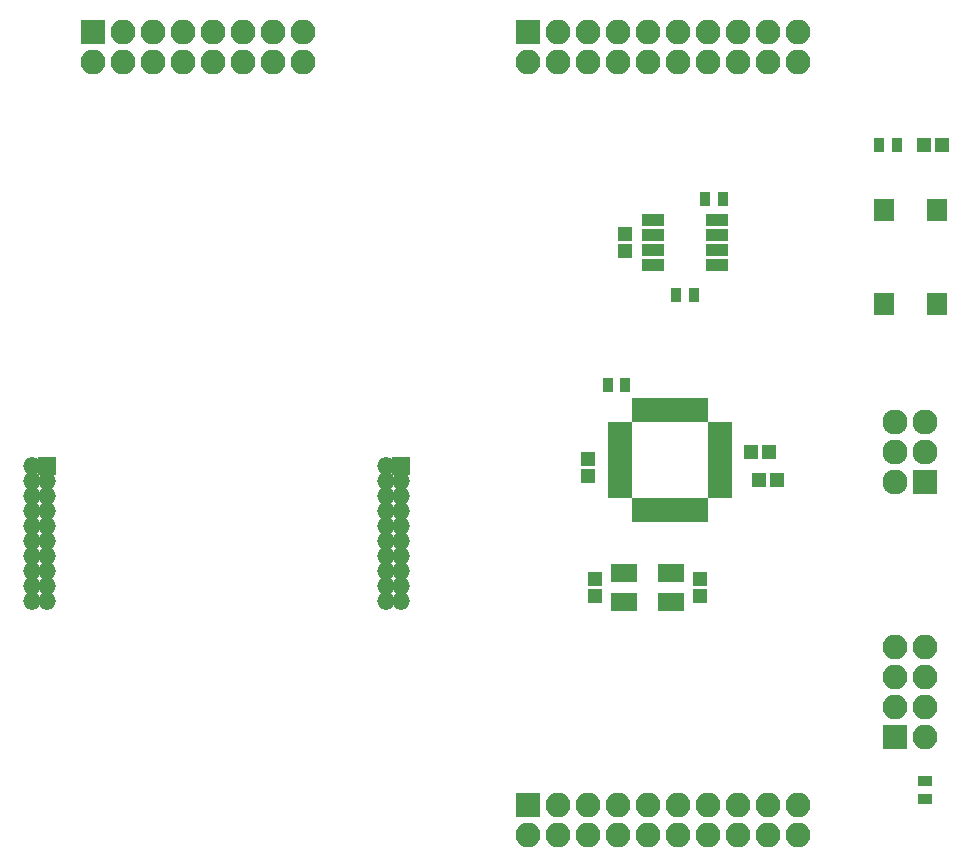
<source format=gts>
G04 #@! TF.FileFunction,Soldermask,Top*
%FSLAX46Y46*%
G04 Gerber Fmt 4.6, Leading zero omitted, Abs format (unit mm)*
G04 Created by KiCad (PCBNEW 4.0.6) date Friday, August 25, 2017 'AMt' 01:12:18 AM*
%MOMM*%
%LPD*%
G01*
G04 APERTURE LIST*
%ADD10C,0.100000*%
%ADD11R,2.000000X0.950000*%
%ADD12R,0.950000X2.000000*%
%ADD13R,0.900000X1.300000*%
%ADD14R,2.100000X2.100000*%
%ADD15O,2.100000X2.100000*%
%ADD16R,2.127200X2.127200*%
%ADD17O,2.127200X2.127200*%
%ADD18R,1.700000X1.950000*%
%ADD19R,1.200000X1.150000*%
%ADD20R,1.150000X1.200000*%
%ADD21R,1.197560X1.197560*%
%ADD22R,1.300000X0.900000*%
%ADD23R,1.950000X1.000000*%
%ADD24R,2.200000X1.600000*%
%ADD25R,1.500000X1.500000*%
%ADD26O,1.500000X1.500000*%
G04 APERTURE END LIST*
D10*
D11*
X163517000Y-91688000D03*
X163517000Y-92488000D03*
X163517000Y-93288000D03*
X163517000Y-94088000D03*
X163517000Y-94888000D03*
X163517000Y-95688000D03*
X163517000Y-96488000D03*
X163517000Y-97288000D03*
D12*
X164967000Y-98738000D03*
X165767000Y-98738000D03*
X166567000Y-98738000D03*
X167367000Y-98738000D03*
X168167000Y-98738000D03*
X168967000Y-98738000D03*
X169767000Y-98738000D03*
X170567000Y-98738000D03*
D11*
X172017000Y-97288000D03*
X172017000Y-96488000D03*
X172017000Y-95688000D03*
X172017000Y-94888000D03*
X172017000Y-94088000D03*
X172017000Y-93288000D03*
X172017000Y-92488000D03*
X172017000Y-91688000D03*
D12*
X170567000Y-90238000D03*
X169767000Y-90238000D03*
X168967000Y-90238000D03*
X168167000Y-90238000D03*
X167367000Y-90238000D03*
X166567000Y-90238000D03*
X165767000Y-90238000D03*
X164967000Y-90238000D03*
D13*
X170700000Y-72390000D03*
X172200000Y-72390000D03*
D14*
X155702000Y-123698000D03*
D15*
X155702000Y-126238000D03*
X158242000Y-123698000D03*
X158242000Y-126238000D03*
X160782000Y-123698000D03*
X160782000Y-126238000D03*
X163322000Y-123698000D03*
X163322000Y-126238000D03*
X165862000Y-123698000D03*
X165862000Y-126238000D03*
X168402000Y-123698000D03*
X168402000Y-126238000D03*
X170942000Y-123698000D03*
X170942000Y-126238000D03*
X173482000Y-123698000D03*
X173482000Y-126238000D03*
X176022000Y-123698000D03*
X176022000Y-126238000D03*
X178562000Y-123698000D03*
X178562000Y-126238000D03*
D14*
X155702000Y-58293000D03*
D15*
X155702000Y-60833000D03*
X158242000Y-58293000D03*
X158242000Y-60833000D03*
X160782000Y-58293000D03*
X160782000Y-60833000D03*
X163322000Y-58293000D03*
X163322000Y-60833000D03*
X165862000Y-58293000D03*
X165862000Y-60833000D03*
X168402000Y-58293000D03*
X168402000Y-60833000D03*
X170942000Y-58293000D03*
X170942000Y-60833000D03*
X173482000Y-58293000D03*
X173482000Y-60833000D03*
X176022000Y-58293000D03*
X176022000Y-60833000D03*
X178562000Y-58293000D03*
X178562000Y-60833000D03*
D16*
X189357000Y-96393000D03*
D17*
X186817000Y-96393000D03*
X189357000Y-93853000D03*
X186817000Y-93853000D03*
X189357000Y-91313000D03*
X186817000Y-91313000D03*
D18*
X185837000Y-81318000D03*
X185837000Y-73368000D03*
X190337000Y-81318000D03*
X190337000Y-73368000D03*
D14*
X186817000Y-117983000D03*
D15*
X189357000Y-117983000D03*
X186817000Y-115443000D03*
X189357000Y-115443000D03*
X186817000Y-112903000D03*
X189357000Y-112903000D03*
X186817000Y-110363000D03*
X189357000Y-110363000D03*
D19*
X176820000Y-96210000D03*
X175320000Y-96210000D03*
D20*
X160782000Y-95873000D03*
X160782000Y-94373000D03*
D19*
X176137000Y-93853000D03*
X174637000Y-93853000D03*
D20*
X163957000Y-76823000D03*
X163957000Y-75323000D03*
X161417000Y-104533000D03*
X161417000Y-106033000D03*
X170307000Y-106033000D03*
X170307000Y-104533000D03*
D21*
X189242700Y-67818000D03*
X190741300Y-67818000D03*
D14*
X118872000Y-58293000D03*
D15*
X118872000Y-60833000D03*
X121412000Y-58293000D03*
X121412000Y-60833000D03*
X123952000Y-58293000D03*
X123952000Y-60833000D03*
X126492000Y-58293000D03*
X126492000Y-60833000D03*
X129032000Y-58293000D03*
X129032000Y-60833000D03*
X131572000Y-58293000D03*
X131572000Y-60833000D03*
X134112000Y-58293000D03*
X134112000Y-60833000D03*
X136652000Y-58293000D03*
X136652000Y-60833000D03*
D13*
X169787000Y-80518000D03*
X168287000Y-80518000D03*
X162457000Y-88138000D03*
X163957000Y-88138000D03*
X185432000Y-67818000D03*
X186932000Y-67818000D03*
D22*
X189357000Y-123178000D03*
X189357000Y-121678000D03*
D23*
X166337000Y-74168000D03*
X166337000Y-75438000D03*
X166337000Y-76708000D03*
X166337000Y-77978000D03*
X171737000Y-77978000D03*
X171737000Y-76708000D03*
X171737000Y-75438000D03*
X171737000Y-74168000D03*
D24*
X163862000Y-106483000D03*
X167862000Y-106483000D03*
X167862000Y-104083000D03*
X163862000Y-104083000D03*
D25*
X145000000Y-95000000D03*
D26*
X143730000Y-95000000D03*
X145000000Y-96270000D03*
X143730000Y-96270000D03*
X145000000Y-97540000D03*
X143730000Y-97540000D03*
X145000000Y-98810000D03*
X143730000Y-98810000D03*
X145000000Y-100080000D03*
X143730000Y-100080000D03*
X145000000Y-101350000D03*
X143730000Y-101350000D03*
X145000000Y-102620000D03*
X143730000Y-102620000D03*
X145000000Y-103890000D03*
X143730000Y-103890000D03*
X145000000Y-105160000D03*
X143730000Y-105160000D03*
X145000000Y-106430000D03*
X143730000Y-106430000D03*
D25*
X115000000Y-95000000D03*
D26*
X113730000Y-95000000D03*
X115000000Y-96270000D03*
X113730000Y-96270000D03*
X115000000Y-97540000D03*
X113730000Y-97540000D03*
X115000000Y-98810000D03*
X113730000Y-98810000D03*
X115000000Y-100080000D03*
X113730000Y-100080000D03*
X115000000Y-101350000D03*
X113730000Y-101350000D03*
X115000000Y-102620000D03*
X113730000Y-102620000D03*
X115000000Y-103890000D03*
X113730000Y-103890000D03*
X115000000Y-105160000D03*
X113730000Y-105160000D03*
X115000000Y-106430000D03*
X113730000Y-106430000D03*
M02*

</source>
